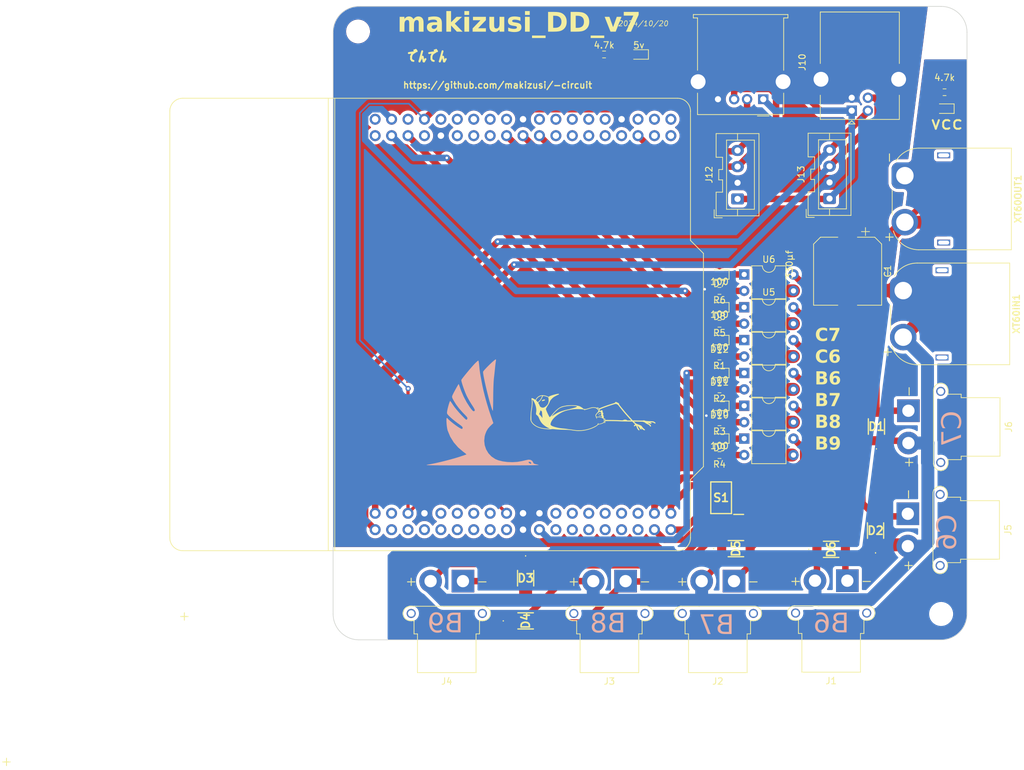
<source format=kicad_pcb>
(kicad_pcb (version 20221018) (generator pcbnew)
  (layers (0 "F.Cu" signal) (31 "B.Cu" signal) (34 "B.Paste" user) (35 "F.Paste" user) (36 "B.SilkS" user "B.Silkscreen") (37 "F.SilkS" user "F.Silkscreen") (38 "B.Mask" user) (39 "F.Mask" user) (44 "Edge.Cuts" user))
  (net 0 "")
  (net 1 "VCC")
  (net 2 "GNDPWR")
  (net 3 "GND")
  (net 4 "Net-(U10-PC0(PB9))")
  (net 5 "+5V")
  (net 6 "A10")
  (net 7 "A9")
  (net 8 "C10")
  (net 9 "C11")
  (net 10 "Net-(U10-PC1(PB9))")
  (net 12 "Net-(LED1-A)")
  (net 13 "Net-(LED2-A)")
  (net 15 "A0")
  (net 16 "A1")
  (net 17 "C6")
  (net 18 "C7")
  (net 19 "C8")
  (net 20 "C9")
  (net 21 "B6")
  (net 22 "B7")
  (net 23 "B8")
  (net 24 "B9")
  (net 25 "Net-(R5-Pad1)")
  (net 26 "Net-(R6-Pad1)")
  (net 32 "Net-(D1-A)")
  (net 33 "Net-(D2-A)")
  (net 34 "Net-(D3-A)")
  (net 35 "Net-(D4-A)")
  (net 36 "Net-(D5-A)")
  (net 37 "Net-(D6-A)")
  (net 38 "Net-(R1-Pad1)")
  (net 39 "Net-(R2-Pad1)")
  (net 40 "Net-(R3-Pad1)")
  (net 41 "Net-(R4-Pad1)")
  (net 43 "Net-(U10-PC3)")
  (net 44 "Net-(U10-PC2)")
  (net 45 "A2")
  (net 46 "A3")
  (net 48 "A5")
  (net 49 "A6")
  (net 50 "A7")
  (net 51 "A8")
  (net 52 "A11")
  (net 60 "B0")
  (net 61 "B1")
  (net 62 "B2")
  (net 63 "B3")
  (net 69 "B14")
  (net 70 "B15")
  (net 77 "Net-(D7-K)")
  (net 78 "Net-(D8-K)")
  (net 79 "Net-(D9-K)")
  (net 80 "Net-(D10-K)")
  (net 81 "Net-(D11-K)")
  (net 82 "Net-(D12-K)")
  (footprint "SamacSys:RF201LAM2STR" (layer "F.Cu") (at 181.864 149.098 180)
    (fp_text reference "D2")
    (fp_text value "D" hide)
  )
  (footprint "rogo:turu" (layer "F.Cu") (at 136.363028 129.105539)
    (fp_text reference "G***" hide)
    (fp_text value "LOGO" hide)
  )
  (footprint "Resistor_SMD:R_0603_1608Metric" (layer "F.Cu") (at 157.734 117.094 180)
    (fp_text reference "R5")
    (fp_text value "100")
  )
  (footprint "Connector_AMASS:AMASS_XT30PW-F_1x02_P2.50mm_Horizontal" (layer "F.Cu") (at 186.85 146.5 -90)
    (fp_text reference "J5")
    (fp_text value "Conn_01x02")
  )
  (footprint "Resistor_SMD:R_0603_1608Metric" (layer "F.Cu") (at 157.734 127.254 180)
    (fp_text reference "R2")
    (fp_text value "100")
  )
  (footprint "MountingHole:MountingHole_3.2mm_M3" (layer "F.Cu") (at 192 162)
    (fp_text reference "H4" hide)
    (fp_text value "MountingHole")
  )
  (footprint "SamacSys:RF201LAM2STR" (layer "F.Cu") (at 182 133 180)
    (fp_text reference "D1")
    (fp_text value "D" hide)
  )
  (footprint "Resistor_SMD:R_0603_1608Metric" (layer "F.Cu") (at 157.734 122.174 180)
    (fp_text reference "R1")
    (fp_text value "100")
  )
  (footprint "LED_SMD:LED_0603_1608Metric" (layer "F.Cu") (at 157.734 124.714 180)
    (fp_text reference "D11")
    (fp_text value "LED")
  )
  (footprint "SamacSys:RF201LAM2STR" (layer "F.Cu") (at 127.762 156.464)
    (fp_text reference "D3")
    (fp_text value "D" hide)
  )
  (footprint "LED_SMD:LED_0603_1608Metric" (layer "F.Cu") (at 157.734 119.634 180)
    (fp_text reference "D12")
    (fp_text value "LED")
  )
  (footprint "Connector_AMASS:AMASS_XT30PW-F_1x02_P2.50mm_Horizontal" (layer "F.Cu") (at 177.5 156.85 180)
    (fp_text reference "J1")
    (fp_text value "Conn_01x02")
  )
  (footprint "SamacSys:NE555DR" (layer "F.Cu") (at 157.988 144.018 180)
    (fp_text reference "S1")
    (fp_text value "KHS42E" hide)
  )
  (footprint "Connector_AMASS:AMASS_XT30PW-F_1x02_P2.50mm_Horizontal" (layer "F.Cu") (at 159.98 156.918 180)
    (fp_text reference "J2")
    (fp_text value "Conn_01x02")
  )
  (footprint "MountingHole:MountingHole_3.2mm_M3" (layer "F.Cu") (at 192 72)
    (fp_text reference "H2" hide)
    (fp_text value "MountingHole")
  )
  (footprint "Package_DIP:DIP-4_W7.62mm" (layer "F.Cu") (at 161.554 124.709)
    (fp_text reference "U2")
    (fp_text value "TLP627")
  )
  (footprint "SamacSys:RF201LAM2STR" (layer "F.Cu") (at 175 152 90)
    (fp_text reference "D6")
    (fp_text value "D" hide)
  )
  (footprint "LED_SMD:LED_0603_1608Metric" (layer "F.Cu") (at 157.734 134.874 180)
    (fp_text reference "D9")
    (fp_text value "LED")
  )
  (footprint "Capacitor_SMD:CP_Elec_10x10" (layer "F.Cu") (at 177.546 108.966 -90)
    (fp_text reference "C1")
    (fp_text value "330μf")
  )
  (footprint "Package_DIP:DIP-4_W7.62mm" (layer "F.Cu") (at 161.554 119.629)
    (fp_text reference "U1")
    (fp_text value "TLP627")
  )
  (footprint "LED_SMD:LED_0603_1608Metric" (layer "F.Cu") (at 157.734 109.474 180)
    (fp_text reference "D7")
    (fp_text value "LED")
  )
  (footprint "SamacSys:RF201LAM2STR" (layer "F.Cu") (at 160.274 151.892 90)
    (fp_text reference "D5")
    (fp_text value "D" hide)
  )
  (footprint "Package_DIP:DIP-4_W7.62mm" (layer "F.Cu") (at 161.544 114.549)
    (fp_text reference "U5")
    (fp_text value "TLP627")
  )
  (footprint "Connector_USB:USB_B_Lumberg_2411_02_Horizontal" (layer "F.Cu") (at 178.18 84.1375 90)
    (fp_text reference "J10")
    (fp_text value "USB_B")
  )
  (footprint "Package_DIP:DIP-4_W7.62mm" (layer "F.Cu") (at 161.554 129.789)
    (fp_text reference "U3")
    (fp_text value "TLP627")
  )
  (footprint "LED_SMD:LED_0603_1608Metric" (layer "F.Cu") (at 145.2625 75.438 180)
    (fp_text reference "LED2")
    (fp_text value "5v")
  )
  (footprint "SamacSys:RF201LAM2STR" (layer "F.Cu") (at 127.762 163.068 90)
    (fp_text reference "D4")
    (fp_text value "D" hide)
  )
  (footprint "Resistor_SMD:R_0603_1608Metric" (layer "F.Cu") (at 192.532 81.28)
    (fp_text reference "R9")
    (fp_text value "4.7k")
  )
  (footprint "Resistor_SMD:R_0603_1608Metric" (layer "F.Cu") (at 139.891 75.438 180)
    (fp_text reference "R10")
    (fp_text value "4.7k")
  )
  (footprint "Connector_AMASS:AMASS_XT30PW-F_1x02_P2.50mm_Horizontal" (layer "F.Cu") (at 118.07 156.918 180)
    (fp_text reference "J4")
    (fp_text value "Conn_01x02")
  )
  (footprint "MountingHole:MountingHole_3.2mm_M3" (layer "F.Cu") (at 102 162)
    (fp_text reference "H3" hide)
    (fp_text value "MountingHole")
  )
  (footprint "Connector_USB:USB_A_Molex_67643_Horizontal" (layer "F.Cu") (at 164.5 82.36 180)
    (fp_text reference "J9")
    (fp_text value "USB_A")
  )
  (footprint "LED_SMD:LED_0603_1608Metric" (layer "F.Cu") (at 157.734 114.554 180)
    (fp_text reference "D8")
    (fp_text value "LED")
  )
  (footprint "Package_DIP:DIP-4_W7.62mm" (layer "F.Cu") (at 161.554 134.869)
    (fp_text reference "U4")
    (fp_text value "TLP627")
  )
  (footprint "Connector_JST:JST_XA_B04B-XASK-1_1x04_P2.50mm_Vertical" (layer "F.Cu") (at 160.528 97.79 90)
    (fp_text reference "J12")
    (fp_text value "Conn_01x04")
  )
  (footprint "Resistor_SMD:R_0603_1608Metric" (layer "F.Cu") (at 157.734 132.334 180)
    (fp_text reference "R3")
    (fp_text value "100")
  )
  (footprint "Connector_AMASS:AMASS_XT60PW-M_1x02_P7.20mm_Horizontal" (layer "F.Cu") (at 186.398 94.19 -90)
    (fp_text reference "XT60OUT1")
    (fp_text value "power")
  )
  (footprint "Package_DIP:DIP-4_W7.62mm" (layer "F.Cu") (at 161.554 109.469)
    (fp_text reference "U6")
    (fp_text value "TLP627")
  )
  (footprint "Resistor_SMD:R_0603_1608Metric" (layer "F.Cu") (at 157.734 112.014 180)
    (fp_text reference "R6")
    (fp_text value "100")
  )
  (footprint "LED_SMD:LED_0603_1608Metric" (layer "F.Cu") (at 192.532 83.82 180)
    (fp_text reference "LED1")
    (fp_text value "vcc")
  )
  (footprint "LED_SMD:LED_0603_1608Metric" (layer "F.Cu") (at 157.734 129.794 180)
    (fp_text reference "D10")
    (fp_text value "LED")
  )
  (footprint "Connector_JST:JST_XA_B04B-XASK-1_1x04_P2.50mm_Vertical" (layer "F.Cu") (at 174.752 97.73 90)
    (fp_text reference "J13")
    (fp_text value "Conn_01x04")
  )
  (footprint "Connector_AMASS:AMASS_XT30PW-F_1x02_P2.50mm_Horizontal" (layer "F.Cu") (at 143.216 156.918 180)
    (fp_text reference "J3")
    (fp_text value "Conn_01x02")
  )
  (footprint "stm32F446RE-Nucleo:STM32F446RE_Nucleo" (layer "F.Cu") (at 125.664214 118.295786 90)
    (fp_text reference "U10" hide)
    (fp_text value "~" hide)
  )
  (footprint "MountingHole:MountingHole_3.2mm_M3" (layer "F.Cu") (at 101.854 71.882)
    (fp_text reference "H1" hide)
    (fp_text value "MountingHole")
  )
  (footprint "Connector_AMASS:AMASS_XT30PW-F_1x02_P2.50mm_Horizontal" (layer "F.Cu") (at 186.944 130.556 -90)
    (fp_text reference "J6")
    (fp_text value "Conn_01x02")
  )
  (footprint "Connector_AMASS:AMASS_XT60PW-M_1x02_P7.20mm_Horizontal" (layer "F.Cu") (at 186.144 111.97 -90)
    (fp_text reference "XT60IN1")
    (fp_text value "power")
  )
  (footprint "Resistor_SMD:R_0603_1608Metric" (layer "F.Cu") (at 157.734 137.414 180)
    (fp_text reference "R4")
    (fp_text value "100")
  )
  (footprint "Library:sken" (layer "B.Cu") (at 121.008293 137.254813 180)
    (fp_text reference "G***" hide)
    (fp_text value "LOGO" hide)
  )
  (gr_line (start 192 68) (end 102 68) (stroke (width 0.1)) (layer "Edge.Cuts"))
  (gr_line (start 98 72) (end 98 162) (stroke (width 0.1)) (layer "Edge.Cuts"))
  (gr_arc (start 98 72) (mid 99.171573 69.171573) (end 102 68) (stroke (width 0.1)) (layer "Edge.Cuts"))
  (gr_arc (start 192 68) (mid 194.828427 69.171573) (end 196 72) (stroke (width 0.1)) (layer "Edge.Cuts"))
  (gr_arc (start 196 162) (mid 194.828427 164.828427) (end 192 166) (stroke (width 0.1)) (layer "Edge.Cuts"))
  (gr_line (start 196 162) (end 196 72) (stroke (width 0.1)) (layer "Edge.Cuts"))
  (gr_arc (start 102 166) (mid 99.171573 164.828427) (end 98 162) (stroke (width 0.1)) (layer "Edge.Cuts"))
  (gr_line (start 102 166) (end 192 166) (stroke (width 0.1)) (layer "Edge.Cuts"))
  (gr_text "B6" (at 177.8 165.354) (layer "B.SilkS") (effects (font (size 3 3)) (justify left bottom mirror)))
  (gr_text "B7" (at 160.02 165.608) (layer "B.SilkS") (effects (font (size 3 3)) (justify left bottom mirror)))
  (gr_text "C7" (at 195.58 130.556 90) (layer "B.SilkS") (effects (font (size 3 3)) (justify left bottom mirror)))
  (gr_text "B9" (at 118.11 165.354) (layer "B.SilkS") (effects (font (size 3 3)) (justify left bottom mirror)))
  (gr_text "B8" (at 143.256 165.354) (layer "B.SilkS") (effects (font (size 3 3)) (justify left bottom mirror)))
  (gr_text "C6" (at 194.818 146.558 90) (layer "B.SilkS") (effects (font (size 3 3)) (justify left bottom mirror)))
  (gr_text "+" (at 75 162.5 -180) (layer "F.SilkS") (effects (font (size 1.5 1.5))))
  (gr_text "makizusi_DD_v7" (at 107.938 72.422) (layer "F.SilkS") (effects (font (size 3 3) (thickness 0.3) bold) (justify left bottom)))
  (gr_text "2024/10/20" (at 141.986 71.12) (layer "F.SilkS") (effects (font (size 0.8 0.8) (thickness 0.1) italic) (justify left bottom)))
  (gr_text "C7\nC6\nB6\nB7\nB8\nB9" (at 174.498 136.906) (layer "F.SilkS") (effects (font (size 2 2) (thickness 0.4) bold) (justify bottom)))
  (gr_text "+" (at 47.5 185 -180) (layer "F.SilkS") (effects (font (size 1.5 1.5))))
  (gr_text "https://github.com/makizusi/-circuit" (at 108.712 80.772) (layer "F.SilkS") (effects (font (size 1 1) (thickness 0.1875)) (justify left bottom)))
  (gr_text "でんでん" (at 109.22 76.708) (layer "F.SilkS") (effects (font (size 1.5 1.5) (thickness 0.3) bold) (justify left bottom)))
  (segment (start 127.262 163.068) (end 133.412 156.918) (width 1) (layer "F.Cu") (net 1))
  (segment (start 125.562 163.068) (end 127.262 163.068) (width 1) (layer "F.Cu") (net 1))
  (segment (start 195 103.292) (end 193.098 101.39) (width 2) (layer "F.Cu") (net 1))
  (segment (start 193.357 81.28) (end 194.5195 82.4425) (width 1) (layer "F.Cu") (net 1))
  (segment (start 186.588 135.2) (end 186.944 135.556) (width 1) (layer "F.Cu") (net 1))
  (segment (start 172.8 156.55) (end 172.5 156.85) (width 1) (layer "F.Cu") (net 1))
  (segment (start 195 110.314) (end 195 103.292) (width 2) (layer "F.Cu") (net 1))
  (segment (start 172.8 152) (end 172.8 156.55) (width 1) (layer "F.Cu") (net 1))
  (segment (start 181.864 151.298) (end 186.648 151.298) (width 2) (layer "F.Cu") (net 1))
  (segment (start 113.07 156.918) (end 115.724 154.264) (width 1) (layer "F.Cu") (net 1))
  (segment (start 186.144 119.17) (end 195 110.314) (width 2) (layer "F.Cu") (net 1))
  (segment (start 186.648 151.298) (end 186.85 151.5) (width 2) (layer "F.Cu") (net 1))
  (segment (start 158.074 151.892) (end 158.074 153.824) (width 1) (layer "F.Cu") (net 1))
  (segment (start 182 135.2) (end 186.588 135.2) (width 1) (layer "F.Cu") (net 1))
  (segment (start 182.822 104.966) (end 186.398 101.39) (width 2) (layer "F.Cu") (net 1))
  (segment (start 115.724 154.264) (end 127.762 154.264) (width 1) (layer "F.Cu") (net 1))
  (segment (start 194.5195 82.4425) (end 194.5195 93.2685) (width 1) (layer "F.Cu") (net 1))
  (segment (start 194.5195 93.2685) (end 186.398 101.39) (width 1) (layer "F.Cu") (net 1))
  (segment (start 133.412 156.918) (end 138.216 156.918) (width 1) (layer "F.Cu") (net 1))
  (segment (start 193.098 101.39) (end 186.398 101.39) (width 2) (layer "F.Cu") (net 1))
  (segment (start 177.546 104.966) (end 182.822 104.966) (width 2) (layer "F.Cu") (net 1))
  (segment (start 158.074 153.824) (end 154.98 156.918) (width 1) (layer "F.Cu") (net 1))
  (segment (start 181.024873 159.8) (end 173.008 159.8) (width 2) (layer "B.Cu") (net 1))
  (segment (start 138.216 159.868) (end 138.216 156.918) (width 2) (layer "B.Cu") (net 1))
  (segment (start 189.324873 151.5) (end 189.95 150.874873) (width 2) (layer "B.Cu") (net 1))
  (segment (start 189.95 135.556) (end 186.944 135.556) (width 2) (layer "B.Cu") (net 1))
  (segment (start 115.12 159.868) (end 138.216 159.868) (width 2) (layer "B.Cu") (net 1))
  (segment (start 113.07 157.818) (end 115.12 159.868) (width 2) (layer "B.Cu") (net 1))
  (segment (start 154.584 159.868) (end 138.216 159.868) (width 2) (layer "B.Cu") (net 1))
  (segment (start 171.924 159.868) (end 172.5 159.292) (width 2) (layer "B.Cu") (net 1))
  (segment (start 113.07 156.918) (end 113.07 157.818) (width 2) (layer "B.Cu") (net 1))
  (segment (start 189.95 150.874873) (end 189.95 138.562) (width 2) (layer "B.Cu") (net 1))
  (segment (start 186.85 151.5) (end 189.324873 151.5) (width 2) (layer "B.Cu") (net 1))
  (segment (start 154.98 156.918) (end 154.98 159.472) (width 2) (layer "B.Cu") (net 1))
  (segment (start 189.894 138.506) (end 189.95 138.562) (width 2) (layer "B.Cu") (net 1))
  (segment (start 186.144 119.17) (end 189.894 122.92) (width 2) (layer "B.Cu") (net 1))
  (segment (start 172.5 159.292) (end 172.5 156.85) (width 2) (layer "B.Cu") (net 1))
  (segment (start 189.324873 151.5) (end 181.024873 159.8) (width 2) (layer "B.Cu") (net 1))
  (segment (start 154.584 159.868) (end 171.924 159.868) (width 2) (layer "B.Cu") (net 1))
  (segment (start 189.95 138.562) (end 189.95 135.556) (width 2) (layer "B.Cu") (net 1))
  (segment (start 154.98 159.472) (end 154.584 159.868) (width 2) (layer "B.Cu") (net 1))
  (segment (start 173.008 159.8) (end 172.5 159.292) (width 2) (layer "B.Cu") (net 1))
  (segment (start 189.894 122.92) (end 189.894 138.506) (width 2) (layer "B.Cu") (net 1))
  (segment (start 178.542 111.97) (end 177.546 112.966) (width 2) (layer "F.Cu") (net 2))
  (segment (start 193.3195 83.82) (end 193.3195 87.2685) (width 1) (layer "F.Cu") (net 2))
  (segment (start 164.846 112.014) (end 164.846 117.094) (width 2) (layer "F.Cu") (net 2))
  (segment (start 193.3195 87.2685) (end 186.398 94.19) (width 1) (layer "F.Cu") (net 2))
  (segment (start 164.846 132.334) (end 164.846 134.62) (width 2) (layer "F.Cu") (net 2))
  (segment (start 164.851 112.009) (end 169.174 112.009) (width 2) (layer "F.Cu") (net 2))
  (segment (start 186.144 111.97) (end 178.542 111.97) (width 2) (layer "F.Cu") (net 2))
  (segment (start 164.846 117.094) (end 164.851 117.089) (width 2) (layer "F.Cu") (net 2))
  (segment (start 164.851 122.169) (end 169.174 122.169) (width 2) (layer "F.Cu") (net 2))
  (segment (start 164.851 117.089) (end 169.174 117.089) (width 2) (layer "F.Cu") (net 2))
  (segment (start 166.878 106.172) (end 164.846 108.204) (width 2) (layer "F.Cu") (net 2))
  (segment (start 164.846 132.334) (end 164.851 132.329) (width 2) (layer "F.Cu") (net 2))
  (segment (start 164.846 134.62) (end 167.635 137.409) (width 2) (layer "F.Cu") (net 2))
  (segment (start 165.105 127.249) (end 169.174 127.249) (width 2) (layer "F.Cu") (net 2))
  (segment (start 164.846 112.014) (end 164.851 112.009) (width 2) (layer "F.Cu") (net 2))
  (segment (start 164.846 108.204) (end 164.846 112.014) (width 2) (layer "F.Cu") (net 2))
  (segment (start 170.752 106.172) (end 166.878 106.172) (width 2) (layer "F.Cu") (net 2))
  (segment (start 164.846 122.174) (end 164.851 122.169) (width 2) (layer "F.Cu") (net 2))
  (segment (start 164.846 127.508) (end 165.105 127.249) (width 2) (layer "F.Cu") (net 2))
  (segment (start 164.851 132.329) (end 169.174 132.329) (width 2) (layer "F.Cu") (net 2))
  (segment (start 167.635 137.409) (end 168.974 137.409) (width 2) (layer "F.Cu") (net 2))
  (segment (start 177.546 112.966) (end 170.752 106.172) (width 2) (layer "F.Cu") (net 2))
  (segment (start 164.846 122.174) (end 164.846 127.508) (width 2) (layer "F.Cu") (net 2))
  (segment (start 164.846 117.094) (end 164.846 122.174) (width 2) (layer "F.Cu") (net 2))
  (segment (start 164.846 127.508) (end 164.846 132.334) (width 2) (layer "F.Cu") (net 2))
  (segment (start 195 109.814) (end 195 102.792) (width 2) (layer "B.Cu") (net 2))
  (segment (start 186.144 111.97) (end 192.844 111.97) (width 2) (layer "B.Cu") (net 2))
  (segment (start 192.844 111.97) (end 195 109.814) (width 2) (layer "B.Cu") (net 2))
  (segment (start 195 102.792) (end 186.398 94.19) (width 2) (layer "B.Cu") (net 2))
  (segment (start 140.208 83.91) (end 128.91 83.91) (width 1) (layer "F.Cu") (net 3))
  (segment (start 141.05 83.91) (end 140.208 83.91) (width 1) (layer "F.Cu") (net 3))
  (segment (start 160.528 95.29) (end 174.692 95.29) (width 1) (layer "F.Cu") (net 3))
  (segment (start 146.05 78.068) (end 140.208 83.91) (width 1) (layer "F.Cu") (net 3))
  (segment (start 128.91 83.91) (end 127.36 85.46) (width 1) (layer "F.Cu") (net 3))
  (segment (start 146.05 75.438) (end 146.05 78.068) (width 1) (layer "F.Cu") (net 3))
  (segment (start 142.6 85.46) (end 141.05 83.91) (width 1) (layer "F.Cu") (net 3))
  (segment (start 174.692 95.29) (end 174.752 95.23) (width 1) (layer "F.Cu") (net 3))
  (via (at 155.702 131.318) (size 0.8) (drill 0.4) (layers "F.Cu" "B.Cu") (net 3))
  (via (at 155.448 111.76) (size 0.8) (drill 0.4) (layers "F.Cu" "B.Cu") (net 3))
  (segment (start 153.324919 142.113) (end 155.276 142.113) (width 1) (layer "F.Cu") (net 4))
  (segment (start 150.22 145.217919) (end 153.324919 142.113) (width 1) (layer "F.Cu") (net 4))
  (segment (start 150.22 146.42) (end 150.22 145.217919) (width 1) (layer "F.Cu") (net 4))
  (segment (start 173.34623 84.1375) (end 169.77 80.56127) (width 1) (layer "F.Cu") (net 5))
  (segment (start 160.528 97.79) (end 174.692 97.79) (width 1) (layer "F.Cu") (net 5))
  (segment (start 139.066 75.340208) (end 141.606208 72.8) (width 1) (layer "F.Cu") (net 5))
  (segment (start 141.606208 72.8) (end 163.83127 72.8) (width 1) (layer "F.Cu") (net 5))
  (segment (start 178.18 84.1375) (end 173.34623 84.1375) (width 1) (layer "F.Cu") (net 5))
  (segment (start 109.58 127.148) (end 109.58 146.42) (width 0.5) (layer "F.Cu") (net 5))
  (segment (start 169.77 80.56127) (end 169.77 78.73873) (width 1) (layer "F.Cu") (net 5))
  (segment (start 139.066 75.438) (end 122.142 75.438) (width 1) (layer "F.Cu") (net 5))
  (segment (start 109.58 146.42) (end 113.76 142.24) (width 0.5) (layer "F.Cu") (net 5))
  (segment (start 174.692 97.79) (end 174.752 97.73) (width 1) (layer "F.Cu") (net 5))
  (segment (start 139.066 75.438) (end 139.066 75.340208) (width 1) (layer "F.Cu") (net 5))
  (segment (start 120.64 142.24) (end 124.82 146.42) (width 0.5) (layer "F.Cu") (net 5))
  (segment (start 113.76 142.24) (end 120.64 142.24) (width 0.5) (layer "F.Cu") (net 5))
  (segment (start 169.77 78.73873) (end 163.83127 72.8) (width 1) (layer "F.Cu") (net 5))
  (segment (start 109.601 127.127) (end 109.58 127.148) (width 0.5) (layer "F.Cu") (net 5))
  (segment (start 122.142 75.438) (end 112.12 85.46) (width 1) (layer "F.Cu") (net 5))
  (via (at 109.601 127.127) (size 0.8) (drill 0.4) (layers "F.Cu" "B.Cu") (net 5))
  (segment (start 109.601 127.127) (end 102.125 119.651) (width 0.25) (layer "B.Cu") (net 5))
  (segment (start 174.752 97.73) (end 178.18 94.302) (width 1) (layer "B.Cu") (net 5))
  (segment (start 102.125 84.476242) (end 103.543242 83.058) (width 0.25) (layer "B.Cu") (net 5))
  (segment (start 109.718 83.058) (end 112.12 85.46) (width 0.25) (layer "B.Cu") (net 5))
  (segment (start 164.5 82.36) (end 166.2775 84.1375) (width 1) (layer "B.Cu") (net 5))
  (segment (start 103.543242 83.058) (end 109.718 83.058) (width 0.25) (layer "B.Cu") (net 5))
  (segment (start 178.18 94.302) (end 178.18 84.1375) (width 1) (layer "B.Cu") (net 5))
  (segment (start 166.2775 84.1375) (end 178.18 84.1375) (width 1) (layer "B.Cu") (net 5))
  (segment (start 102.125 119.651) (end 102.125 84.476242) (width 0.25) (layer "B.Cu") (net 5))
  (segment (start 160.394 90.424) (end 147.564 90.424) (width 1) (layer "F.Cu") (net 6))
  (segment (start 162 88.818) (end 160.528 90.29) (width 1) (layer "F.Cu") (net 6))
  (segment (start 160.528 90.29) (end 160.394 90.424) (width 1) (layer "F.Cu") (net 6))
  (segment (start 147.564 90.424) (end 145.14 88) (width 1) (layer "F.Cu") (net 6))
  (segment (start 162 82.36) (end 162 88.818) (width 1) (layer "F.Cu") (net 6))
  (segment (start 160.274 80.772) (end 160 81.046) (width 1) (layer "F.Cu") (net 7))
  (segment (start 166.483365 86.834635) (end 166.483365 81.674635) (width 1) (layer "F.Cu") (net 7))
  (segment (start 160.528 92.79) (end 134.69 92.79) (width 1) (layer "F.Cu") (net 7))
  (segment (start 160 81.046) (end 160 82.36) (width 1) (layer "F.Cu") (net 7))
  (segment (start 166.483365 81.674635) (end 165.58073 80.772) (width 1) (layer "F.Cu") (net 7))
  (segment (start 160.528 92.79) (end 166.483365 86.834635) (width 1) (layer "F.Cu") (net 7))
  (segment (start 165.58073 80.772) (end 160.274 80.772) (width 1) (layer "F.Cu") (net 7))
  (segment (start 134.69 92.79) (end 129.9 88) (width 1) (layer "F.Cu") (net 7))
  (segment (start 102.95 124.888) (end 123.444 104.394) (width 1) (layer "F.Cu") (net 8))
  (segment (start 180.68 84.302) (end 180.68 84.1375) (width 1) (layer "F.Cu") (net 8))
  (segment (start 102.95 147.41) (end 102.95 124.888) (width 1) (layer "F.Cu") (net 8))
  (segment (start 104.5 148.96) (end 102.95 147.41) (width 1) (layer "F.Cu") (net 8))
  (segment (start 174.752 90.23) (end 180.68 84.302) (width 1) (layer "F.Cu") (net 8))
  (via (at 123.444 104.394) (size 0.8) (drill 0.4) (layers "F.Cu" "B.Cu") (net 8))
  (segment (start 123.444 104.394) (end 160.782 104.394) (width 1) (layer "B.Cu") (net 8))
  (segment (start 160.782 104.394) (end 173.077 92.099) (width 1) (layer "B.Cu") (net 8))
  (segment (start 173.077 91.905) (end 174.752 90.23) (width 1) (layer "B.Cu") (net 8))
  (segment (start 173.077 92.099) (end 173.077 91.905) (width 1) (layer "B.Cu") (net 8))
  (segment (start 182.18 85.302) (end 182.18 82.612) (width 1) (layer "F.Cu") (net 9))
  (segment (start 181.7055 82.1375) (end 180.68 82.1375) (width 1) (layer "F.Cu") (net 9))
  (segment (start 104.5 146.42) (end 104.5 129.434) (width 1) (layer "F.Cu") (net 9))
  (segment (start 104.5 129.434) (end 125.984 107.95) (width 1) (layer "F.Cu") (net 9))
  (segment (start 182.18 82.612) (end 181.7055 82.1375) (width 1) (layer "F.Cu") (net 9))
  (segment (start 174.752 92.73) (end 182.18 85.302) (width 1) (layer "F.Cu") (net 9))
  (via (at 125.984 107.95) (size 0.8) (drill 0.4) (layers "F.Cu" "B.Cu") (net 9))
  (segment (start 159.532 107.95) (end 174.752 92.73) (width 1) (layer "B.Cu") (net 9))
  (segment (start 125.984 107.95) (end 159.532 107.95) (width 1) (layer "B.Cu") (net 9))
  (segment (start 156.7385 141.088) (end 156.7385 143.138) (width 1) (layer "F.Cu") (net 10))
  (segment (start 151.984919 140.913) (end 156.5635 140.913) (width 1) (layer "F.Cu") (net 10))
  (segment (start 156.4935 143.383) (end 155.276 143.383) (width 1) (layer "F.Cu") (net 10))
  (segment (start 156.7385 143.138) (end 156.4935 143.383) (width 1) (layer "F.Cu") (net 10))
  (segment (start 147.68 146.42) (end 147.68 145.217919) (width 1) (layer "F.Cu") (net 10))
  (segment (start 156.5635 140.913) (end 156.7385 141.088) (width 1) (layer "F.Cu") (net 10))
  (segment (start 147.68 145.217919) (end 151.984919 140.913) (width 1) (layer "F.Cu") (net 10))
  (segment (start 191.707 83.7825) (end 191.7445 83.82) (width 1) (layer "F.Cu") (net 12))
  (segment (start 191.707 81.28) (end 191.707 83.7825) (width 1) (layer "F.Cu") (net 12))
  (segment (start 140.716 75.438) (end 144.475 75.438) (width 1) (layer "F.Cu") (net 13))
  (segment (start 156.9465 114.554) (end 154.94 114.554) (width 1) (layer "F.Cu") (net 17))
  (segment (start 154.94 114.554) (end 152.4 112.014) (width 1) (layer "F.Cu") (net 17))
  (via (at 152.4 112.014) (size 0.8) (drill 0.4) (layers "F.Cu" "B.Cu") (net 17))
  (segment (start 152.4 112.014) (end 126.321968 112.014) (width 1) (layer "B.Cu") (net 17))
  (segment (start 102.95 88.642032) (end 102.95 84.817968) (width 1) (layer "B.Cu") (net 17))
  (segment (start 105.49 83.91) (end 107.04 85.46) (width 1) (layer "B.Cu") (net 17))
  (segment (start 102.95 84.817968) (end 103.857968 83.91) (width 1) (layer "B.Cu") (net 17))
  (segment (start 103.857968 83.91) (end 105.49 83.91) (width 1) (layer "B.Cu") (net 17))
  (segment (start 126.321968 112.014) (end 102.95 88.642032) (width 1) (layer "B.Cu") (net 17))
  (segment (start 148.834 109.474) (end 127.36 88) (width 1) (layer "F.Cu") (net 18))
  (segment (start 156.9465 109.474) (end 148.834 109.474) (width 1) (layer "F.Cu") (net 18))
  (segment (start 156.454 119.634) (end 124.82 88) (width 1) (layer "F.Cu") (net 21))
  (segment (start 156.9465 119.634) (end 156.454 119.634) (width 1) (layer "F.Cu") (net 21))
  (segment (start 156.9465 124.714) (end 152.654 124.714) (width 1) (layer "F.Cu") (net 22))
  (via (at 152.654 124.714) (size 0.8) (drill 0.4) (layers "F.Cu" "B.Cu") (net 22))
  (segment (start 150.862032 150.51) (end 131.45 150.51) (width 1) (layer "B.Cu") (net 22))
  (segment (start 131.45 150.51) (end 129.9 148.96) (width 1) (layer "B.Cu") (net 22))
  (segment (start 152.654 148.718032) (end 150.862032 150.51) (width 1) (layer "B.Cu") (net 22))
  (segment (start 152.654 124.714) (end 152.654 148.718032) (width 1) (layer "B.Cu") (net 22))
  (segment (start 153.924 129.794) (end 115.57 91.44) (width 1) (layer "F.Cu") (net 23))
  (segment (start 156.9465 129.794) (end 153.924 129.794) (width 1) (layer "F.Cu") (net 23))
  (via (at 115.57 91.44) (size 0.8) (drill 0.4) (layers "F.Cu" "B.Cu") (net 23))
  (segment (start 115.57 91.44) (end 110.48 91.44) (width 1) (layer "B.Cu") (net 23))
  (segment (start 110.48 91.44) (end 107.04 88) (width 1) (layer "B.Cu") (net 23))
  (segment (start 156.9465 134.874) (end 156.454 134.874) (width 1) (layer "F.Cu") (net 24))
  (segment (start 156.454 134.874) (end 109.58 88) (width 1) (layer "F.Cu") (net 24))
  (segment (start 161.549 117.094) (end 161.554 117.089) (width 1) (layer "F.Cu") (net 25))
  (segment (start 158.559 117.094) (end 161.549 117.094) (width 1) (layer "F.Cu") (net 25))
  (segment (start 161.549 112.014) (end 161.554 112.009) (width 1) (layer "F.Cu") (net 26))
  (segment (start 158.559 112.014) (end 161.549 112.014) (width 1) (layer "F.Cu") (net 26))
  (segment (start 182 122.295) (end 182 130.8) (width 1) (layer "F.Cu") (net 32))
  (segment (start 169.174 109.469) (end 182 122.295) (width 1) (layer "F.Cu") (net 32))
  (segment (start 182.244 130.556) (end 182 130.8) (width 1) (layer "F.Cu") (net 32))
  (segment (start 186.944 130.556) (end 182.244 130.556) (width 1) (layer "F.Cu") (net 32))
  (segment (start 169.174 114.549) (end 179.832 125.207) (width 1) (layer "F.Cu") (net 33))
  (segment (start 181.864 146.898) (end 186.452 146.898) (width 1) (layer "F.Cu") (net 33))
  (segment (start 186.452 146.898) (end 186.85 146.5) (width 1) (layer "F.Cu") (net 33))
  (segment (start 179.832 125.207) (end 179.832 144.866) (width 1) (layer "F.Cu") (net 33))
  (segment (start 179.832 144.866) (end 181.864 146.898) (width 1) (layer "F.Cu") (net 33))
  (segment (start 118.07 156.918) (end 126.016 156.918) (width 1) (layer "F.Cu") (net 34))
  (segment (start 131.958 154.468) (end 127.762 158.664) (width 1) (layer "F.Cu") (net 34))
  (segment (start 156.176944 148.992) (end 150.700944 154.468) (width 1) (layer "F.Cu") (net 34))
  (segment (start 150.700944 154.468) (end 131.958 154.468) (width 1) (layer "F.Cu") (net 34))
  (segment (start 169.174 134.869) (end 170.674 136.369) (width 1) (layer "F.Cu") (net 34))
  (segment (start 170.674 136.369) (end 170.674 138.338) (width 1) (layer "F.Cu") (net 34))
  (segment (start 126.016 156.918) (end 127.762 158.664) (width 1) (layer "F.Cu") (net 34))
  (segment (start 160.02 148.992) (end 156.176944 148.992) (width 1) (layer "F.Cu") (net 34))
  (segment (start 170.674 138.338) (end 160.02 148.992) (width 1) (layer "F.Cu") (net 34))
  (segment (start 165.024944 147.644) (end 162.476944 150.192) (width 1) (layer "F.Cu") (net 35))
  (segment (start 170.364 147.644) (end 165.024944 147.644) (width 1) (layer "F.Cu") (net 35))
  (segment (start 129.962 163.068) (end 130.212 163.318) (width 1) (layer "F.Cu") (net 35))
  (segment (start 130.212 163.318) (end 136.816 163.318) (width 1) (layer "F.Cu") (net 35))
  (segment (start 169.174 129.789) (end 174.568 135.183) (width 1) (layer "F.Cu") (net 35))
  (segment (start 156.674 150.192) (end 149.894 156.972) (width 1) (layer "F.Cu") (net 35))
  (segment (start 143.27 156.972) (end 143.216 156.918) (width 1) (layer "F.Cu") (net 35))
  (segment (start 162.476944 150.192) (end 156.674 150.192) (width 1) (layer "F.Cu") (net 35))
  (segment (start 174.568 135.183) (end 174.568 143.44) (width 1) (layer "F.Cu") (net 35))
  (segment (start 174.568 143.44) (end 170.364 147.644) (width 1) (layer "F.Cu") (net 35))
  (segment (start 149.894 156.972) (end 143.27 156.972) (width 1) (layer "F.Cu") (net 35))
  (segment (start 136.816 163.318) (end 143.216 156.918) (width 1) (layer "F.Cu") (net 35))
  (segment (start 162.474 154.424) (end 159.98 156.918) (width 1) (layer "F.Cu") (net 36))
  (segment (start 162.474 151.892) (end 162.474 154.424) (width 1) (layer "F.Cu") (net 36))
  (segment (start 175.768 148.844) (end 165.522 148.844) (width 1) (layer "F.Cu") (net 36))
  (segment (start 165.522 148.844) (end 162.474 151.892) (width 1) (layer "F.Cu") (net 36))
  (segment (start 169.174 124.709) (end 175.768 131.303) (width 1) (layer "F.Cu") (net 36))
  (segment (start 175.768 131.303) (end 175.768 148.844) (width 1) (layer "F.Cu") (net 36))
  (segment (start 177.2 156.55) (end 177.5 156.85) (width 1) (layer "F.Cu") (net 37))
  (segment (start 177.2 127.655) (end 177.2 152) (width 1) (layer "F.Cu") (net 37))
  (segment (start 177.2 152) (end 177.2 156.55) (width 1) (layer "F.Cu") (net 37))
  (segment (start 169.174 119.629) (end 177.2 127.655) (width 1) (layer "F.Cu") (net 37))
  (segment (start 161.549 122.174) (end 161.554 122.169) (width 1) (layer "F.Cu") (net 38))
  (segment (start 158.559 122.174) (end 161.549 122.174) (width 1) (layer "F.Cu") (net 38))
  (segment (start 161.549 127.254) (end 161.554 127.249) (width 1) (layer "F.Cu") (net 39))
  (segment (start 158.559 127.254) (end 161.549 127.254) (width 1) (layer "F.Cu") (net 39))
  (segment (start 158.559 132.334) (end 161.549 132.334) (width 1) (layer "F.Cu") (net 40))
  (segment (start 161.549 132.334) (end 161.554 132.329) (width 1) (layer "F.Cu") (net 40))
  (segment (start 158.559 137.414) (end 161.549 137.414) (width 1) (layer "F.Cu") (net 41))
  (segment (start 161.549 137.414) (end 161.554 137.409) (width 1) (layer "F.Cu") (net 41))
  (segment (start 152.239 148.96) (end 155.276 145.923) (width 1) (layer "F.Cu") (net 43))
  (segment (start 150.22 148.96) (end 152.239 148.96) (width 1) (layer "F.Cu") (net 43))
  (segment (start 155.948056 146.948) (end 156.7385 146.948) (width 1) (layer "F.Cu") (net 44))
  (segment (start 156.7385 146.948) (end 156.7385 144.898) (width 1) (layer "F.Cu") (net 44))
  (segment (start 147.68 148.96) (end 149.23 150.51) (width 1) (layer "F.Cu") (net 44))
  (segment (start 156.7385 144.898) (end 156.4935 144.653) (width 1) (layer "F.Cu") (net 44))
  (segment (start 149.23 150.51) (end 152.386056 150.51) (width 1) (layer "F.Cu") (net 44))
  (segment (start 152.386056 150.51) (end 155.948056 146.948) (width 1) (layer "F.Cu") (net 44))
  (segment (start 156.4935 144.653) (end 155.276 144.653) (width 1) (layer "F.Cu") (net 44))
  (segment (start 161.549 109.474) (end 161.554 109.469) (width 1) (layer "F.Cu") (net 77))
  (segment (start 158.5215 109.474) (end 161.549 109.474) (width 1) (layer "F.Cu") (net 77))
  (segment (start 161.549 114.554) (end 161.554 114.549) (width 1) (layer "F.Cu") (net 78))
  (segment (start 158.5215 114.554) (end 161.549 114.554) (width 1) (layer "F.Cu") (net 78))
  (segment (start 161.549 134.874) (end 161.554 134.869) (width 1) (layer "F.Cu") (net 79))
  (segment (start 158.5215 134.874) (end 161.549 134.874) (width 1) (layer "F.Cu") (net 79))
  (segment (start 158.5215 129.794) (end 161.549 129.794) (width 1) (layer "F.Cu") (net 80))
  (segment (start 161.549 129.794) (end 161.554 129.789) (width 1) (layer "F.Cu") (net 80))
  (segment (start 158.5215 124.714) (end 161.549 124.714) (width 1) (layer "F.Cu") (net 81))
  (segment (start 161.549 124.714) (end 161.554 124.709) (width 1) (layer "F.Cu") (net 81))
  (segment (start 161.549 119.634) (end 161.554 119.629) (width 1) (layer "F.Cu") (net 82))
  (segment (start 158.5215 119.634) (end 161.549 119.634) (width 1) (layer "F.Cu") (net 82))
  (zone (net 3) (net_name "GND") (layers "F&B.Cu") (priority 1) (connect_pads yes (clearance 0.5)) (min_thickness 0.25) (fill yes (thermal_gap 0.5) (thermal_bridge_width 0.5))
    (polygon (pts (xy 98.044 67.564) (xy 189.992 67.564) (xy 179.324 151.384) (xy 179.07 151.638) (xy 97.536 151.638) (xy 97.536 68.072)))
  )
  (zone (net 2) (net_name "GNDPWR") (layers "F&B.Cu") (connect_pads yes (clearance 0.5)) (min_thickness 0.25) (fill yes (thermal_gap 0.5) (thermal_bridge_width 0.5))
    (polygon (pts (xy 196.088 76.2) (xy 196.088 166.116) (xy 106.68 166.116) (xy 106.426 165.862) (xy 106.426 152.908) (xy 107.95 151.384) (xy 179.324 151.384) (xy 179.324 76.2)))
  )
)
</source>
